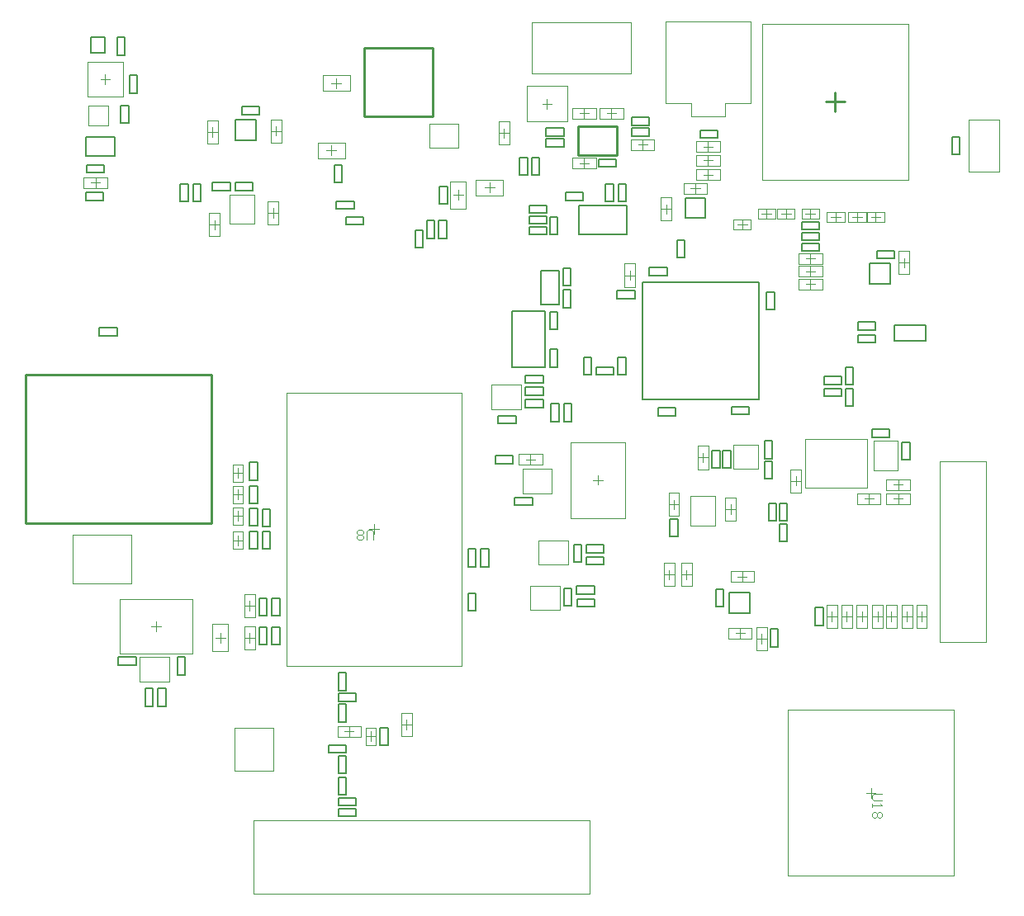
<source format=gbr>
%TF.GenerationSoftware,Altium Limited,Altium Designer,20.2.6 (244)*%
G04 Layer_Color=32768*
%FSLAX45Y45*%
%MOMM*%
%TF.SameCoordinates,65E78103-6D03-462D-AAE3-041F84C347C7*%
%TF.FilePolarity,Positive*%
%TF.FileFunction,Other,Mechanical_15*%
%TF.Part,Single*%
G01*
G75*
%TA.AperFunction,NonConductor*%
%ADD87C,0.25400*%
%ADD90C,0.20000*%
%ADD92C,0.10000*%
%ADD138C,0.05000*%
D87*
X3488000Y8029999D02*
Y8730000D01*
Y8029999D02*
X4188000D01*
Y8730000D01*
X3488000D02*
X4188000D01*
X14000Y5382000D02*
X1919000D01*
Y3858000D02*
Y5382000D01*
X14000Y3858000D02*
X1919000D01*
X14000D02*
Y5382000D01*
X8215000Y8180000D02*
X8415000D01*
X8315000Y8080000D02*
Y8280000D01*
X5680000Y7930000D02*
X6080000D01*
Y7630000D02*
Y7930000D01*
X5680000Y7630000D02*
X6080000D01*
X5680000D02*
Y7930000D01*
D90*
X630000Y7622500D02*
Y7822500D01*
X930000D01*
Y7622500D02*
Y7822500D01*
X630000Y7622500D02*
X930000D01*
X4550026Y3140000D02*
X4630026D01*
X4550026Y2960000D02*
Y3140000D01*
Y2960000D02*
X4630026D01*
Y3140000D01*
X7534999Y5124999D02*
Y6325000D01*
X6334999Y5124999D02*
X7534999D01*
X6334999D02*
Y6325000D01*
X7534999D01*
X770000Y5780000D02*
Y5860000D01*
Y5780000D02*
X950000D01*
Y5860000D01*
X770000D02*
X950000D01*
X964976Y2482475D02*
X1144976D01*
Y2402475D02*
Y2482475D01*
X964976Y2402475D02*
X1144976D01*
X964976D02*
Y2482475D01*
X1240001Y1980000D02*
X1320001D01*
Y2160000D01*
X1240001D02*
X1320001D01*
X1240001Y1980000D02*
Y2160000D01*
X1370001Y2160000D02*
X1450001D01*
X1370001Y1980000D02*
Y2160000D01*
Y1980000D02*
X1450001D01*
Y2160000D01*
X1570001Y2302474D02*
Y2482475D01*
X1650001D01*
Y2302474D02*
Y2482475D01*
X1570001Y2302474D02*
X1650001D01*
X2310001Y3590000D02*
X2390001D01*
Y3770000D01*
X2310001D02*
X2390001D01*
X2310001Y3590000D02*
Y3770000D01*
Y4010000D02*
X2390001D01*
X2310001Y3830000D02*
Y4010000D01*
Y3830000D02*
X2390001D01*
Y4010000D01*
X2310001Y4240000D02*
X2390001D01*
X2310001Y4060000D02*
Y4240000D01*
Y4060000D02*
X2390001D01*
Y4240000D01*
X2310001Y4480000D02*
X2390001D01*
X2310001Y4300000D02*
Y4480000D01*
Y4300000D02*
X2390001D01*
Y4480000D01*
X2440001Y3590000D02*
X2520001D01*
Y3770001D01*
X2440001D02*
X2520001D01*
X2440001Y3590000D02*
Y3770001D01*
X2410001Y2610000D02*
Y2790000D01*
X2490001D01*
Y2610000D02*
Y2790000D01*
X2410001Y2610000D02*
X2490001D01*
Y2910000D02*
Y3090000D01*
X2410001Y2910000D02*
X2490001D01*
X2410001D02*
Y3090000D01*
X2490001D01*
X2440000Y4000000D02*
X2520000D01*
X2440000Y3820000D02*
Y4000000D01*
Y3820000D02*
X2520000D01*
Y4000000D01*
X3220000Y960000D02*
X3400000D01*
X3220000D02*
Y1040000D01*
X3400000D01*
Y960000D02*
Y1040000D01*
X3300000Y1070000D02*
Y1250000D01*
X3220000Y1070000D02*
X3300000D01*
X3220000D02*
Y1250000D01*
X3300000D01*
X3220000Y1290000D02*
Y1470000D01*
X3300000D01*
Y1290000D02*
Y1470000D01*
X3220000Y1290000D02*
X3300000D01*
X3120000Y1580000D02*
X3300000D01*
Y1500000D02*
Y1580000D01*
X3120000Y1500000D02*
X3300000D01*
X3120000D02*
Y1580000D01*
X3300000Y1820000D02*
Y2000000D01*
X3220000Y1820000D02*
X3300000D01*
X3220000D02*
Y2000000D01*
X3300000D01*
X3220000Y2140000D02*
Y2320000D01*
X3300000D01*
Y2140000D02*
Y2320000D01*
X3220000Y2140000D02*
X3300000D01*
X3220000Y930000D02*
X3400000D01*
Y850000D02*
Y930000D01*
X3220000Y850000D02*
X3400000D01*
X3220000D02*
Y930000D01*
Y2030000D02*
X3400000D01*
X3220000D02*
Y2110000D01*
X3400000D01*
Y2030000D02*
Y2110000D01*
X2540001Y2610000D02*
Y2790000D01*
X2620001D01*
Y2610000D02*
Y2790000D01*
X2540001Y2610000D02*
X2620001D01*
Y2910000D02*
Y3090000D01*
X2540001Y2910000D02*
X2620001D01*
X2540001D02*
Y3090000D01*
X2620001D01*
X3650000Y1580000D02*
Y1760000D01*
X3730000D01*
Y1580000D02*
Y1760000D01*
X3650000Y1580000D02*
X3730000D01*
X5030000Y4120000D02*
X5210001D01*
Y4040000D02*
Y4120000D01*
X5030000Y4040000D02*
X5210001D01*
X5030000D02*
Y4120000D01*
X4830000Y4470000D02*
X5010000D01*
X4830000D02*
Y4550000D01*
X5010000D01*
Y4470000D02*
Y4550000D01*
X5040000Y4880000D02*
Y4960000D01*
X4860000D02*
X5040000D01*
X4860000Y4880000D02*
Y4960000D01*
Y4880000D02*
X5040000D01*
X5139999Y5045000D02*
Y5125000D01*
Y5045000D02*
X5320000D01*
Y5125000D01*
X5139999D02*
X5320000D01*
Y5295050D02*
Y5375050D01*
X5139999D02*
X5320000D01*
X5139999Y5295050D02*
Y5375050D01*
Y5295050D02*
X5320000D01*
X5399999Y4900000D02*
X5479999D01*
Y5080000D01*
X5399999D02*
X5479999D01*
X5399999Y4900000D02*
Y5080000D01*
X5389999Y5459999D02*
X5469999D01*
Y5640000D01*
X5389999D02*
X5469999D01*
X5389999Y5459999D02*
Y5640000D01*
Y6024974D02*
X5469999D01*
X5389999Y5844974D02*
Y6024974D01*
Y5844974D02*
X5469999D01*
Y6024974D01*
X5525025Y6250000D02*
X5605025D01*
X5525025Y6070000D02*
Y6250000D01*
Y6070000D02*
X5605025D01*
Y6250000D01*
X5525025Y6295025D02*
X5605025D01*
Y6475025D01*
X5525025D02*
X5605025D01*
X5525025Y6295025D02*
Y6475025D01*
X5529999Y4900000D02*
X5609999D01*
Y5080000D01*
X5529999D02*
X5609999D01*
X5529999Y4900000D02*
Y5080000D01*
X5734975Y5560000D02*
X5814974D01*
X5734975Y5380000D02*
Y5560000D01*
Y5380000D02*
X5814974D01*
Y5560000D01*
X5860000Y5380000D02*
Y5460000D01*
Y5380000D02*
X6040000D01*
Y5460000D01*
X5860000D02*
X6040000D01*
X6079999Y6159974D02*
Y6239974D01*
Y6159974D02*
X6259999D01*
Y6239974D01*
X6079999D02*
X6259999D01*
X6500000Y4960000D02*
Y5040000D01*
Y4960000D02*
X6680000D01*
Y5040000D01*
X6500000D02*
X6680000D01*
X6590000Y6400000D02*
Y6480000D01*
X6410000D02*
X6590000D01*
X6410000Y6400000D02*
Y6480000D01*
Y6400000D02*
X6590000D01*
X7249999Y4969974D02*
Y5049974D01*
Y4969974D02*
X7429999D01*
Y5049974D01*
X7249999D02*
X7429999D01*
X7609999Y6050000D02*
X7689999D01*
Y6230000D01*
X7609999D02*
X7689999D01*
X7609999Y6050000D02*
Y6230000D01*
X8549999Y5710000D02*
Y5790000D01*
Y5710000D02*
X8729999D01*
Y5790000D01*
X8549999D02*
X8729999D01*
X8549999Y5840000D02*
Y5920000D01*
Y5840000D02*
X8729999D01*
Y5920000D01*
X8549999D02*
X8729999D01*
X5000000Y5459999D02*
X5339999D01*
Y6030000D01*
X5000000D02*
X5339999D01*
X5000000Y5459999D02*
Y6030000D01*
X5139999Y5170025D02*
Y5250025D01*
Y5170025D02*
X5320000D01*
Y5250025D01*
X5139999D02*
X5320000D01*
X5299999Y6450000D02*
X5479999D01*
Y6100000D02*
Y6450000D01*
X5299999Y6100000D02*
X5479999D01*
X5299999D02*
Y6450000D01*
X6085025Y5560000D02*
X6165025D01*
X6085025Y5380000D02*
Y5560000D01*
Y5380000D02*
X6165025D01*
Y5560000D01*
X6690000Y6580000D02*
X6770000D01*
Y6760000D01*
X6690000D02*
X6770000D01*
X6690000Y6580000D02*
Y6760000D01*
X8922500Y5885000D02*
X9240000D01*
Y5727500D02*
Y5885000D01*
X8922500Y5727500D02*
X9240000D01*
X8922500D02*
Y5885000D01*
X6090000Y7160000D02*
X6170000D01*
Y7340000D01*
X6090000D02*
X6170000D01*
X6090000Y7160000D02*
Y7340000D01*
X5960000Y7160000D02*
X6040000D01*
Y7340000D01*
X5960000D02*
X6040000D01*
X5960000Y7160000D02*
Y7340000D01*
X1070000Y7960000D02*
Y8140000D01*
X990000Y7960000D02*
X1070000D01*
X990000D02*
Y8140000D01*
X1070000D01*
X950000Y8660000D02*
Y8840000D01*
X1030000D01*
Y8660000D02*
Y8840000D01*
X950000Y8660000D02*
X1030000D01*
X680001Y8679999D02*
Y8839999D01*
Y8679999D02*
X830001D01*
Y8839999D01*
X680001D02*
X830001D01*
X3200000Y7080000D02*
Y7160000D01*
Y7080000D02*
X3380000D01*
Y7160000D01*
X3200000D02*
X3380000D01*
X3180000Y7350000D02*
X3260000D01*
Y7530000D01*
X3180000D02*
X3260000D01*
X3180000Y7350000D02*
Y7530000D01*
X4128000Y6779999D02*
X4208000D01*
Y6960000D01*
X4128000D02*
X4208000D01*
X4128000Y6779999D02*
Y6960000D01*
X4248000Y6779999D02*
X4328000D01*
Y6960000D01*
X4248000D02*
X4328000D01*
X4248000Y6779999D02*
Y6960000D01*
X4258000Y7129999D02*
X4338000D01*
Y7310000D01*
X4258000D02*
X4338000D01*
X4258000Y7129999D02*
Y7310000D01*
X2165000Y7995001D02*
X2375000D01*
Y7785001D02*
Y7995001D01*
X2165000Y7785001D02*
X2375000D01*
X2165000D02*
Y7995001D01*
X1080000Y8270000D02*
Y8450000D01*
X1160000D01*
Y8270000D02*
Y8450000D01*
X1080000Y8270000D02*
X1160000D01*
X3480000Y6920000D02*
Y7000000D01*
X3300000D02*
X3480000D01*
X3300000Y6920000D02*
Y7000000D01*
Y6920000D02*
X3480000D01*
X2230000Y8050001D02*
X2410000D01*
X2230000D02*
Y8130001D01*
X2410000D01*
Y8050001D02*
Y8130001D01*
X4008000Y6859999D02*
X4088000D01*
X4008000Y6679999D02*
Y6859999D01*
Y6679999D02*
X4088000D01*
Y6859999D01*
X5360000Y6818000D02*
Y6898000D01*
X5180000D02*
X5360000D01*
X5180000Y6818000D02*
Y6898000D01*
Y6818000D02*
X5360000D01*
X5390000Y7000000D02*
X5470000D01*
X5390000Y6820000D02*
Y7000000D01*
Y6820000D02*
X5470000D01*
Y7000000D01*
X5360000Y6928000D02*
Y7008000D01*
X5180000D02*
X5360000D01*
X5180000Y6928000D02*
Y7008000D01*
Y6928000D02*
X5360000D01*
X5550000Y7170000D02*
Y7250000D01*
Y7170000D02*
X5730000D01*
Y7250000D01*
X5550000D02*
X5730000D01*
X6180000Y6818000D02*
Y7118000D01*
X5690000D02*
X6180000D01*
X5690000Y6818000D02*
Y7118000D01*
Y6818000D02*
X6180000D01*
X5360000Y7038000D02*
Y7118000D01*
X5180000D02*
X5360000D01*
X5180000Y7038000D02*
Y7118000D01*
Y7038000D02*
X5360000D01*
X1930000Y7270000D02*
X2110000D01*
X1930000D02*
Y7350000D01*
X2110000D01*
Y7270000D02*
Y7350000D01*
X640000Y7454775D02*
X820000D01*
X640000D02*
Y7534775D01*
X820000D01*
Y7454775D02*
Y7534775D01*
X1600000Y7340000D02*
X1680000D01*
X1600000Y7160000D02*
Y7340000D01*
Y7160000D02*
X1680000D01*
Y7340000D01*
X1730000D02*
X1810000D01*
X1730000Y7160000D02*
Y7340000D01*
Y7160000D02*
X1810000D01*
Y7340000D01*
X630000Y7170000D02*
X810000D01*
X630000D02*
Y7250000D01*
X810000D01*
Y7170000D02*
Y7250000D01*
X2160000Y7270000D02*
X2340000D01*
X2160000D02*
Y7350000D01*
X2340000D01*
Y7270000D02*
Y7350000D01*
X5200000Y7430000D02*
X5280000D01*
Y7610000D01*
X5200000D02*
X5280000D01*
X5200000Y7430000D02*
Y7610000D01*
X5080000Y7430000D02*
X5160000D01*
Y7610000D01*
X5080000D02*
X5160000D01*
X5080000Y7430000D02*
Y7610000D01*
X5350000Y7800000D02*
X5530000D01*
Y7720000D02*
Y7800000D01*
X5350000Y7720000D02*
X5530000D01*
X5350000D02*
Y7800000D01*
Y7910000D02*
X5530000D01*
Y7830000D02*
Y7910000D01*
X5350000Y7830000D02*
X5530000D01*
X5350000D02*
Y7910000D01*
X5890000Y7590000D02*
X6070000D01*
Y7510000D02*
Y7590000D01*
X5890000Y7510000D02*
X6070000D01*
X5890000D02*
Y7590000D01*
X6230000Y7830000D02*
X6410000D01*
X6230000D02*
Y7910000D01*
X6410000D01*
Y7830000D02*
Y7910000D01*
X6775000Y7195000D02*
X6985000D01*
Y6985000D02*
Y7195000D01*
X6775000Y6985000D02*
X6985000D01*
X6775000D02*
Y7195000D01*
X6930001Y7887975D02*
X7110001D01*
Y7807975D02*
Y7887975D01*
X6930001Y7807975D02*
X7110001D01*
X6930001D02*
Y7887975D01*
X8665000Y6525000D02*
X8875000D01*
Y6315000D02*
Y6525000D01*
X8665000Y6315000D02*
X8875000D01*
X8665000D02*
Y6525000D01*
X7970000Y6840001D02*
X8150000D01*
Y6760001D02*
Y6840001D01*
X7970000Y6760001D02*
X8150000D01*
X7970000D02*
Y6840001D01*
Y6730001D02*
X8150000D01*
Y6650001D02*
Y6730001D01*
X7970000Y6650001D02*
X8150000D01*
X7970000D02*
Y6730001D01*
Y6950001D02*
X8150000D01*
Y6870001D02*
Y6950001D01*
X7970000Y6870001D02*
X8150000D01*
X7970000D02*
Y6950001D01*
X8740000Y6650000D02*
X8920000D01*
Y6570000D02*
Y6650000D01*
X8740000Y6570000D02*
X8920000D01*
X8740000D02*
Y6650000D01*
X6230000Y8020000D02*
X6410000D01*
Y7940000D02*
Y8020000D01*
X6230000Y7940000D02*
X6410000D01*
X6230000D02*
Y8020000D01*
X4550001Y3410000D02*
X4630001D01*
Y3590000D01*
X4550001D02*
X4630001D01*
X4550001Y3410000D02*
Y3590000D01*
X4680001Y3410000D02*
X4760001D01*
Y3590000D01*
X4680001D02*
X4760001D01*
X4680001Y3410000D02*
Y3590000D01*
X6620001Y3720000D02*
Y3900000D01*
X6700001D01*
Y3720000D02*
Y3900000D01*
X6620001Y3720000D02*
X6700001D01*
X7090000Y2999999D02*
Y3179999D01*
X7170000D01*
Y2999999D02*
Y3179999D01*
X7090000Y2999999D02*
X7170000D01*
X7225000Y2934999D02*
Y3145000D01*
X7435000D01*
Y2934999D02*
Y3145000D01*
X7225000Y2934999D02*
X7435000D01*
X7240000Y4420000D02*
Y4600000D01*
X7160000Y4420000D02*
X7240000D01*
X7160000D02*
Y4600000D01*
X7240000D01*
X7590000Y4310000D02*
Y4490000D01*
X7670000D01*
Y4310000D02*
Y4490000D01*
X7590000Y4310000D02*
X7670000D01*
Y4520000D02*
Y4700000D01*
X7590000Y4520000D02*
X7670000D01*
X7590000D02*
Y4700000D01*
X7670000D01*
X7130000Y4420000D02*
Y4600000D01*
X7050000Y4420000D02*
X7130000D01*
X7050000D02*
Y4600000D01*
X7130000D01*
X9590000Y7640000D02*
Y7820000D01*
X9510000Y7640000D02*
X9590000D01*
X9510000D02*
Y7820000D01*
X9590000D01*
X5530001Y3010001D02*
Y3190001D01*
X5610001D01*
Y3010001D02*
Y3190001D01*
X5530001Y3010001D02*
X5610001D01*
X5664953Y3130001D02*
X5844954D01*
X5664953D02*
Y3210001D01*
X5844954D01*
Y3130001D02*
Y3210001D01*
X5670001Y3000001D02*
X5850001D01*
X5670001D02*
Y3080001D01*
X5850001D01*
Y3000001D02*
Y3080001D01*
X5634976Y3454975D02*
Y3634975D01*
X5714976D01*
Y3454975D02*
Y3634975D01*
X5634976Y3454975D02*
X5714976D01*
X5760001Y3554976D02*
X5940001D01*
X5760001D02*
Y3634975D01*
X5940001D01*
Y3554976D02*
Y3634975D01*
X5760001Y3429950D02*
X5940001D01*
X5760001D02*
Y3509950D01*
X5940001D01*
Y3429950D02*
Y3509950D01*
X7730000Y2590000D02*
Y2770000D01*
X7650000Y2590000D02*
X7730000D01*
X7650000D02*
Y2770000D01*
X7730000D01*
X8420000Y5060000D02*
X8500000D01*
Y5240000D01*
X8420000D02*
X8500000D01*
X8420000Y5060000D02*
Y5240000D01*
Y5460000D02*
X8500000D01*
X8420000Y5280000D02*
Y5460000D01*
Y5280000D02*
X8500000D01*
Y5460000D01*
X8200000Y5160000D02*
Y5240000D01*
Y5160000D02*
X8380000D01*
Y5240000D01*
X8200000D02*
X8380000D01*
X7630000Y3880000D02*
X7710000D01*
Y4060000D01*
X7630000D02*
X7710000D01*
X7630000Y3880000D02*
Y4060000D01*
X7740000Y3880000D02*
X7820000D01*
Y4060000D01*
X7740000D02*
X7820000D01*
X7740000Y3880000D02*
Y4060000D01*
X9000001Y4510000D02*
X9080001D01*
Y4690000D01*
X9000001D02*
X9080001D01*
X9000001Y4510000D02*
Y4690000D01*
X8870001Y4740000D02*
Y4820000D01*
X8690001D02*
X8870001D01*
X8690001Y4740000D02*
Y4820000D01*
Y4740000D02*
X8870001D01*
X7740000Y3670000D02*
X7820000D01*
Y3850000D01*
X7740000D02*
X7820000D01*
X7740000Y3670000D02*
Y3850000D01*
X8200000Y5280000D02*
Y5360000D01*
Y5280000D02*
X8380000D01*
Y5360000D01*
X8200000D02*
X8380000D01*
X8110001Y2810000D02*
X8190001D01*
Y2990000D01*
X8110001D02*
X8190001D01*
X8110001Y2810000D02*
Y2990000D01*
D92*
X2357500Y6929975D02*
Y7229975D01*
X2107500D02*
X2357500D01*
X2107500Y6929975D02*
Y7229975D01*
Y6929975D02*
X2357500D01*
X5800000Y55000D02*
Y805000D01*
X2350000D02*
X5800000D01*
X2350000Y55000D02*
Y805000D01*
Y55000D02*
X5800000D01*
X2157500Y1320000D02*
Y1760000D01*
X2557500D01*
Y1320000D02*
Y1760000D01*
X2157500Y1320000D02*
X2557500D01*
X5310000Y8160000D02*
X5410000D01*
X5360000Y8110000D02*
Y8210000D01*
X4910000Y7220000D02*
Y7379999D01*
X4630000Y7220000D02*
Y7379999D01*
Y7220000D02*
X4910000D01*
X4630000Y7379999D02*
X4910000D01*
X4720000Y7300000D02*
X4820000D01*
X4770000Y7249999D02*
Y7350000D01*
X3060000Y8290000D02*
Y8450000D01*
X3340000Y8290000D02*
Y8450000D01*
X3060000D02*
X3340000D01*
X3060000Y8290000D02*
X3340000D01*
X3150000Y8370000D02*
X3250000D01*
X3200000Y8320000D02*
Y8420000D01*
X5202000Y8995000D02*
X6218000D01*
X5202000Y8469000D02*
Y8995000D01*
Y8469000D02*
X6218000D01*
Y8995000D01*
X5830000Y4300000D02*
X5930000D01*
X5880000Y4250000D02*
Y4350000D01*
X9530000Y240000D02*
Y1940000D01*
X7830000Y240000D02*
X9530000D01*
X7830000D02*
Y1940000D01*
X9530000D01*
X8630000Y1090000D02*
X8730000D01*
X8680000Y1040000D02*
Y1090000D01*
Y1140000D01*
X500000Y3740000D02*
X1100000D01*
Y3240000D02*
Y3740000D01*
X500000Y3240000D02*
X1100000D01*
X500000D02*
Y3740000D01*
X1300001Y2800000D02*
X1400001D01*
X1350001Y2750000D02*
Y2850000D01*
X1185001Y2232475D02*
Y2482475D01*
Y2232475D02*
X1485001D01*
Y2482475D01*
X1185001D02*
X1485001D01*
X2255001Y2560000D02*
X2365001D01*
X2255001Y2800000D02*
X2365001D01*
X2255001Y2560000D02*
Y2800000D01*
X2365001Y2560000D02*
Y2800000D01*
X2310000Y2632500D02*
Y2727500D01*
X2262500Y2680000D02*
X2357500D01*
X3585000Y3795000D02*
X3635000D01*
X3535000D02*
X3585000D01*
Y3745000D02*
Y3845000D01*
X3550000Y1620000D02*
Y1720000D01*
X3500000Y1670000D02*
X3600000D01*
X2255001Y3130000D02*
X2365001D01*
X2255001Y2890000D02*
X2365001D01*
Y3130000D01*
X2255001Y2890000D02*
Y3130000D01*
X2310001Y2962500D02*
Y3057500D01*
X2262501Y3010000D02*
X2357501D01*
X3210000Y1665000D02*
Y1775000D01*
X3450000Y1665000D02*
Y1775000D01*
X3210000D02*
X3450000D01*
X3210000Y1665000D02*
X3450000D01*
X3282500Y1720000D02*
X3377500D01*
X3330000Y1672500D02*
Y1767500D01*
X3865000Y1670000D02*
X3975000D01*
X3865000Y1910000D02*
X3975000D01*
X3865000Y1670000D02*
Y1910000D01*
X3975000Y1670000D02*
Y1910000D01*
X3920000Y1742500D02*
Y1837500D01*
X3872500Y1790000D02*
X3967500D01*
X1930000Y2540000D02*
X2090000D01*
X1930000Y2820000D02*
X2090000D01*
X1930000Y2540000D02*
Y2820000D01*
X2090000Y2540000D02*
Y2820000D01*
X2010000Y2630000D02*
Y2730000D01*
X1960000Y2680000D02*
X2060000D01*
X2140001Y3680001D02*
X2240001D01*
X2190001Y3630000D02*
Y3730000D01*
X2140001Y3930001D02*
X2240001D01*
X2190001Y3880001D02*
Y3980001D01*
X2140001Y4150000D02*
X2240001D01*
X2190001Y4100000D02*
Y4200000D01*
X2140001Y4370000D02*
X2240001D01*
X2190001Y4320001D02*
Y4420001D01*
X6735000Y3450000D02*
X6845001D01*
X6735000Y3210000D02*
X6845001D01*
Y3450000D01*
X6735000Y3210000D02*
Y3450000D01*
X6790001Y3282500D02*
Y3377500D01*
X6742501Y3330000D02*
X6837501D01*
X6555001Y3450000D02*
X6665001D01*
X6555001Y3210000D02*
X6665001D01*
Y3450000D01*
X6555001Y3210000D02*
Y3450000D01*
X6610001Y3282500D02*
Y3377500D01*
X6562501Y3330000D02*
X6657501D01*
X5310000Y4455000D02*
Y4565000D01*
X5070000Y4455000D02*
Y4565000D01*
Y4455000D02*
X5310000D01*
X5070000Y4565000D02*
X5310000D01*
X5142500Y4510000D02*
X5237500D01*
X5190000Y4462500D02*
Y4557500D01*
X5110000Y4415000D02*
X5410000D01*
Y4165000D02*
Y4415000D01*
X5110000Y4165000D02*
X5410000D01*
X5110000D02*
Y4415000D01*
X4789999Y5275000D02*
X5089999D01*
Y5025000D02*
Y5275000D01*
X4789999Y5025000D02*
X5089999D01*
X4789999D02*
Y5275000D01*
X6162474Y6399999D02*
X6257474D01*
X6209974Y6352500D02*
Y6447499D01*
X6154974Y6280000D02*
Y6519999D01*
X6264974Y6280000D02*
Y6519999D01*
X6154974Y6280000D02*
X6264974D01*
X6154974Y6519999D02*
X6264974D01*
X780000Y8410000D02*
X880000D01*
X830000Y8360000D02*
Y8460000D01*
X860001Y7940000D02*
Y8140000D01*
X660001D02*
X860001D01*
X660001Y7940000D02*
Y8140000D01*
Y7940000D02*
X860001D01*
X3008000Y7600000D02*
Y7760000D01*
X3288001Y7600000D02*
Y7760000D01*
X3008000D02*
X3288001D01*
X3008000Y7600000D02*
X3288001D01*
X3098000Y7680000D02*
X3198000D01*
X3148001Y7630000D02*
Y7730000D01*
X4153000Y7955000D02*
X4453000D01*
Y7705000D02*
Y7955000D01*
X4153000Y7705000D02*
X4453000D01*
X4153000D02*
Y7955000D01*
X2525000Y7760000D02*
X2635000D01*
X2525000Y8000000D02*
X2635000D01*
X2525000Y7760000D02*
Y8000000D01*
X2635000Y7760000D02*
Y8000000D01*
X2580000Y7832500D02*
Y7927500D01*
X2532500Y7880000D02*
X2627500D01*
X1875000Y7750000D02*
X1985000D01*
X1875000Y7990000D02*
X1985000D01*
X1875000Y7750000D02*
Y7990000D01*
X1985000Y7750000D02*
Y7990000D01*
X1930000Y7822500D02*
Y7917500D01*
X1882500Y7870000D02*
X1977500D01*
X4368000Y7084999D02*
X4528000D01*
X4368000Y7364999D02*
X4528000D01*
X4368000Y7084999D02*
Y7364999D01*
X4528000Y7084999D02*
Y7364999D01*
X4448000Y7174999D02*
Y7274999D01*
X4398000Y7225000D02*
X4498000D01*
X850000Y7295000D02*
Y7405000D01*
X610000Y7295000D02*
Y7405000D01*
Y7295000D02*
X850000D01*
X610000Y7405000D02*
X850000D01*
X682500Y7350000D02*
X777500D01*
X730000Y7302500D02*
Y7397500D01*
X1895000Y6800000D02*
X2005000D01*
X1895000Y7040000D02*
X2005000D01*
X1895000Y6800000D02*
Y7040000D01*
X2005000Y6800000D02*
Y7040000D01*
X1950000Y6872500D02*
Y6967500D01*
X1902500Y6920000D02*
X1997500D01*
X2495000Y7160000D02*
X2605000D01*
X2495000Y6920000D02*
X2605000D01*
Y7160000D01*
X2495000Y6920000D02*
Y7160000D01*
X2550000Y6992500D02*
Y7087500D01*
X2502500Y7040000D02*
X2597500D01*
X4872500Y7860000D02*
X4967500D01*
X4920000Y7812500D02*
Y7907500D01*
X4975000Y7740000D02*
Y7980000D01*
X4865000Y7740000D02*
Y7980000D01*
X4975000D01*
X4865000Y7740000D02*
X4975000D01*
X5620000Y7495000D02*
Y7605000D01*
X5860000Y7495000D02*
Y7605000D01*
X5620000D02*
X5860000D01*
X5620000Y7495000D02*
X5860000D01*
X5692500Y7550000D02*
X5787500D01*
X5740000Y7502500D02*
Y7597500D01*
X5860000Y8005000D02*
Y8115000D01*
X5620000Y8005000D02*
Y8115000D01*
Y8005000D02*
X5860000D01*
X5620000Y8115000D02*
X5860000D01*
X5692500Y8060000D02*
X5787500D01*
X5740000Y8012500D02*
Y8107500D01*
X5900000Y8005000D02*
Y8115000D01*
X6140000Y8005000D02*
Y8115000D01*
X5900000D02*
X6140000D01*
X5900000Y8005000D02*
X6140000D01*
X5972500Y8060000D02*
X6067500D01*
X6020000Y8012500D02*
Y8107500D01*
X6220000Y7685000D02*
Y7795000D01*
X6460000Y7685000D02*
Y7795000D01*
X6220000D02*
X6460000D01*
X6220000Y7685000D02*
X6460000D01*
X6292500Y7740000D02*
X6387500D01*
X6340000Y7692500D02*
Y7787500D01*
X6760000Y7235000D02*
Y7345000D01*
X7000000Y7235000D02*
Y7345000D01*
X6760000D02*
X7000000D01*
X6760000Y7235000D02*
X7000000D01*
X6832500Y7290000D02*
X6927500D01*
X6880000Y7242500D02*
Y7337500D01*
X6890000Y7375000D02*
Y7485000D01*
X7130000Y7375000D02*
Y7485000D01*
X6890000D02*
X7130000D01*
X6890000Y7375000D02*
X7130000D01*
X6962500Y7430000D02*
X7057500D01*
X7010000Y7382500D02*
Y7477500D01*
X6890000Y7525000D02*
Y7635000D01*
X7130000Y7525000D02*
Y7635000D01*
X6890000D02*
X7130000D01*
X6890000Y7525000D02*
X7130000D01*
X6962500Y7580000D02*
X7057500D01*
X7010000Y7532500D02*
Y7627500D01*
X7310000Y6920000D02*
X7410000D01*
X7360000Y6870000D02*
Y6970000D01*
X7940000Y6255000D02*
Y6365000D01*
X8180000Y6255000D02*
Y6365000D01*
X7940000D02*
X8180000D01*
X7940000Y6255000D02*
X8180000D01*
X8012500Y6310000D02*
X8107500D01*
X8060000Y6262500D02*
Y6357500D01*
X7940000Y6515000D02*
Y6625000D01*
X8180000Y6515000D02*
Y6625000D01*
X7940000D02*
X8180000D01*
X7940000Y6515000D02*
X8180000D01*
X8012500Y6570001D02*
X8107500D01*
X8060000Y6522501D02*
Y6617501D01*
X8010000Y7030001D02*
X8110000D01*
X8060000Y6980001D02*
Y7080001D01*
X8270000Y7000000D02*
X8370000D01*
X8320000Y6950000D02*
Y7050000D01*
X8490000Y7000000D02*
X8590000D01*
X8540000Y6950001D02*
Y7050000D01*
X8680000Y7000000D02*
X8780000D01*
X8730000Y6950001D02*
Y7050000D01*
X7560000Y7030000D02*
X7660000D01*
X7610000Y6980000D02*
Y7080000D01*
X7760000Y7030000D02*
X7860000D01*
X7810000Y6980000D02*
Y7080000D01*
X6890000Y7665000D02*
Y7775000D01*
X7130000Y7665000D02*
Y7775000D01*
X6890000D02*
X7130000D01*
X6890000Y7665000D02*
X7130000D01*
X6962500Y7720000D02*
X7057500D01*
X7010000Y7672500D02*
Y7767500D01*
X7940000Y6385000D02*
Y6495000D01*
X8180000Y6385000D02*
Y6495000D01*
X7940000D02*
X8180000D01*
X7940000Y6385000D02*
X8180000D01*
X8012500Y6440001D02*
X8107500D01*
X8060000Y6392501D02*
Y6487501D01*
X6525000Y6960000D02*
X6635000D01*
X6525000Y7200000D02*
X6635000D01*
X6525000Y6960000D02*
Y7200000D01*
X6635000Y6960000D02*
Y7200000D01*
X6580000Y7032500D02*
Y7127500D01*
X6532500Y7080000D02*
X6627500D01*
X6605001Y3930000D02*
X6715001D01*
X6605001Y4170000D02*
X6715001D01*
X6605001Y3930000D02*
Y4170000D01*
X6715001Y3930000D02*
Y4170000D01*
X6660000Y4002500D02*
Y4097500D01*
X6612500Y4050000D02*
X6707500D01*
X6832501Y4135000D02*
X7082501D01*
Y3835000D02*
Y4135000D01*
X6832501Y3835000D02*
X7082501D01*
X6832501D02*
Y4135000D01*
X7185001Y3880000D02*
X7295001D01*
X7185001Y4120000D02*
X7295001D01*
X7185001Y3880000D02*
Y4120000D01*
X7295001Y3880000D02*
Y4120000D01*
X7240001Y3952500D02*
Y4047500D01*
X7192500Y4000000D02*
X7287501D01*
X7460000Y2674999D02*
Y2785000D01*
X7220000Y2674999D02*
Y2785000D01*
Y2674999D02*
X7460000D01*
X7220000Y2785000D02*
X7460000D01*
X7292500Y2729999D02*
X7387500D01*
X7340000Y2682499D02*
Y2777499D01*
X7480000Y3254999D02*
Y3364999D01*
X7240000Y3254999D02*
Y3364999D01*
Y3254999D02*
X7480000D01*
X7240000Y3364999D02*
X7480000D01*
X7312500Y3309999D02*
X7407500D01*
X7360000Y3262499D02*
Y3357499D01*
X6905000Y4650000D02*
X7015000D01*
X6905000Y4410000D02*
X7015000D01*
Y4650000D01*
X6905000Y4410000D02*
Y4650000D01*
X6960000Y4482500D02*
Y4577500D01*
X6912500Y4530000D02*
X7007500D01*
X5189976Y2965026D02*
Y3215026D01*
Y2965026D02*
X5489976D01*
Y3215026D01*
X5189976D02*
X5489976D01*
X5275001Y3430001D02*
Y3680001D01*
Y3430001D02*
X5575001D01*
Y3680001D01*
X5275001D02*
X5575001D01*
X7505000Y2790000D02*
X7615000D01*
X7505000Y2550000D02*
X7615000D01*
Y2790000D01*
X7505000Y2550000D02*
Y2790000D01*
X7560000Y2622500D02*
Y2717500D01*
X7512500Y2670000D02*
X7607500D01*
X8972500Y6530000D02*
X9067500D01*
X9020000Y6482500D02*
Y6577500D01*
X8965000Y6410000D02*
Y6650000D01*
X9075000Y6410000D02*
Y6650000D01*
X8965000Y6410000D02*
X9075000D01*
X8965000Y6650000D02*
X9075000D01*
X8660000Y4062500D02*
Y4157500D01*
X8612501Y4110000D02*
X8707500D01*
X8540001Y4165000D02*
X8780000D01*
X8540001Y4055000D02*
X8780000D01*
X8540001D02*
Y4165000D01*
X8780000Y4055000D02*
Y4165000D01*
X8960001Y4202501D02*
Y4297501D01*
X8912501Y4250001D02*
X9007501D01*
X8840001Y4195000D02*
X9080001D01*
X8840001Y4305001D02*
X9080001D01*
Y4195000D02*
Y4305001D01*
X8840001Y4195000D02*
Y4305001D01*
X8010001Y4220000D02*
Y4720000D01*
Y4220000D02*
X8640001D01*
Y4720000D01*
X8010001D02*
X8640001D01*
X9800001Y2640000D02*
X9860001D01*
Y4490000D01*
X9390001D02*
X9860001D01*
X9390001Y2640000D02*
Y4490000D01*
Y2640000D02*
X9800001D01*
X8955001Y4400000D02*
Y4700000D01*
X8705001Y4400000D02*
X8955001D01*
X8705001D02*
Y4700000D01*
X8955001D01*
X8702501Y2900001D02*
X8797501D01*
X8750001Y2852501D02*
Y2947500D01*
X8805001Y2780001D02*
Y3020000D01*
X8695001Y2780001D02*
Y3020000D01*
X8805001D01*
X8695001Y2780001D02*
X8805001D01*
X8382501Y2900001D02*
X8477501D01*
X8430001Y2852501D02*
Y2947500D01*
X8485001Y2780001D02*
Y3020000D01*
X8375001Y2780001D02*
Y3020000D01*
X8485001D01*
X8375001Y2780001D02*
X8485001D01*
X8232501Y2900001D02*
X8327501D01*
X8280001Y2852501D02*
Y2947500D01*
X8335001Y2780001D02*
Y3020000D01*
X8225001Y2780001D02*
Y3020000D01*
X8335001D01*
X8225001Y2780001D02*
X8335001D01*
X8542501Y2900001D02*
X8637501D01*
X8590001Y2852501D02*
Y2947500D01*
X8645001Y2780001D02*
Y3020000D01*
X8535001Y2780001D02*
Y3020000D01*
X8645001D01*
X8535001Y2780001D02*
X8645001D01*
X8842500Y2900001D02*
X8937501D01*
X8890001Y2852501D02*
Y2947500D01*
X8945001Y2780001D02*
Y3020000D01*
X8835001Y2780001D02*
Y3020000D01*
X8945001D01*
X8835001Y2780001D02*
X8945001D01*
X9152501Y2900001D02*
X9247501D01*
X9200001Y2852501D02*
Y2947500D01*
X9255001Y2780001D02*
Y3020000D01*
X9145001Y2780001D02*
Y3020000D01*
X9255001D01*
X9145001Y2780001D02*
X9255001D01*
X9002501Y2900001D02*
X9097501D01*
X9050001Y2852501D02*
Y2947500D01*
X9105001Y2780001D02*
Y3020000D01*
X8995001Y2780001D02*
Y3020000D01*
X9105001D01*
X8995001Y2780001D02*
X9105001D01*
X7862500Y4290000D02*
X7957500D01*
X7910000Y4242500D02*
Y4337500D01*
X7965000Y4170000D02*
Y4410000D01*
X7855000Y4170000D02*
Y4410000D01*
X7965000D01*
X7855000Y4170000D02*
X7965000D01*
X8960001Y4062500D02*
Y4157500D01*
X8912501Y4110000D02*
X9007501D01*
X8840001Y4055000D02*
X9080001D01*
X8840001Y4165000D02*
X9080001D01*
Y4055000D02*
Y4165000D01*
X8840001Y4055000D02*
Y4165000D01*
X8789968Y1079999D02*
X8706661D01*
X8690000Y1063338D01*
Y1030015D01*
X8706661Y1013354D01*
X8789968D01*
X8690000Y980032D02*
Y946709D01*
Y963370D01*
X8789968D01*
X8773306Y980032D01*
Y896725D02*
X8789968Y880064D01*
Y846741D01*
X8773306Y830080D01*
X8756645D01*
X8739984Y846741D01*
X8723322Y830080D01*
X8706661D01*
X8690000Y846741D01*
Y880064D01*
X8706661Y896725D01*
X8723322D01*
X8739984Y880064D01*
X8756645Y896725D01*
X8773306D01*
X8739984Y880064D02*
Y846741D01*
X3575000Y3685031D02*
Y3768338D01*
X3558339Y3784999D01*
X3525016D01*
X3508355Y3768338D01*
Y3685031D01*
X3475032Y3701693D02*
X3458371Y3685031D01*
X3425048D01*
X3408387Y3701693D01*
Y3718354D01*
X3425048Y3735015D01*
X3408387Y3751677D01*
Y3768338D01*
X3425048Y3784999D01*
X3458371D01*
X3475032Y3768338D01*
Y3751677D01*
X3458371Y3735015D01*
X3475032Y3718354D01*
Y3701693D01*
X3458371Y3735015D02*
X3425048D01*
D138*
X5150000Y7980000D02*
Y8340000D01*
X5570000Y7980000D02*
Y8340000D01*
X5150000D02*
X5570000D01*
X5150000Y7980000D02*
X5570000D01*
X5600000Y3910000D02*
Y4690000D01*
X6160000Y3910000D02*
Y4690000D01*
X5600000Y3910000D02*
X6160000D01*
X5600000Y4690000D02*
X6160000D01*
X9680000Y7460000D02*
Y8000000D01*
X10000000D01*
Y7460000D02*
Y8000000D01*
X9680000Y7460000D02*
X10000000D01*
X980001Y2520000D02*
Y3080000D01*
X1720001Y2520000D02*
Y3080000D01*
X980001D02*
X1720001D01*
X980001Y2520000D02*
X1720001D01*
X2685000Y2395000D02*
X4485000D01*
X2685000D02*
Y5195000D01*
X4485000D01*
Y2395000D02*
Y5195000D01*
X3500000Y1760000D02*
X3600000D01*
X3500000Y1580000D02*
X3600000D01*
Y1760000D01*
X3500000Y1580000D02*
Y1760000D01*
X2140001Y3590000D02*
Y3770000D01*
X2240001Y3590000D02*
Y3770000D01*
X2140001Y3590000D02*
X2240001D01*
X2140001Y3770000D02*
X2240001D01*
Y3840001D02*
Y4020001D01*
X2140001Y3840001D02*
Y4020001D01*
X2240001D01*
X2140001Y3840001D02*
X2240001D01*
Y4060001D02*
Y4240000D01*
X2140001Y4060001D02*
Y4240000D01*
X2240001D01*
X2140001Y4060001D02*
X2240001D01*
Y4280001D02*
Y4460000D01*
X2140001Y4280001D02*
Y4460000D01*
X2240001D01*
X2140001Y4280001D02*
X2240001D01*
X7565000Y7380000D02*
X9065000D01*
Y8980000D01*
X7565000D02*
X9065000D01*
X7565000Y7380000D02*
Y8980000D01*
X6575000Y9000000D02*
X7445000D01*
Y8170000D02*
Y9000000D01*
X7185000Y8170000D02*
X7445000D01*
X7185000Y8030000D02*
Y8170000D01*
X6835000Y8030000D02*
X7185000D01*
X6835000D02*
Y8170000D01*
X6575000D02*
X6835000D01*
X6575000D02*
Y9000000D01*
X649500Y8230000D02*
Y8590000D01*
X1010500Y8230000D02*
Y8590000D01*
X649500D02*
X1010500D01*
X649500Y8230000D02*
X1010500D01*
X7270000Y6870000D02*
Y6970000D01*
X7450000Y6870000D02*
Y6970000D01*
X7270000D02*
X7450000D01*
X7270000Y6870000D02*
X7450000D01*
X8150000Y6980001D02*
Y7080001D01*
X7970000Y6980001D02*
Y7080001D01*
Y6980001D02*
X8150000D01*
X7970000Y7080001D02*
X8150000D01*
X8230000Y6950000D02*
Y7050000D01*
X8410000Y6950000D02*
Y7050000D01*
X8230000D02*
X8410000D01*
X8230000Y6950000D02*
X8410000D01*
X8630000Y6950001D02*
Y7050000D01*
X8450000Y6950001D02*
Y7050000D01*
Y6950001D02*
X8630000D01*
X8450000Y7050000D02*
X8630000D01*
X8820000Y6950001D02*
Y7050000D01*
X8640000Y6950001D02*
Y7050000D01*
Y6950001D02*
X8820000D01*
X8640000Y7050000D02*
X8820000D01*
X7700000Y6980000D02*
Y7080000D01*
X7520000Y6980000D02*
Y7080000D01*
Y6980000D02*
X7700000D01*
X7520000Y7080000D02*
X7700000D01*
X7900000Y6980000D02*
Y7080000D01*
X7720000Y6980000D02*
Y7080000D01*
Y6980000D02*
X7900000D01*
X7720000Y7080000D02*
X7900000D01*
X7270000Y4411251D02*
X7520000D01*
X7270000D02*
Y4661251D01*
X7520000D01*
Y4411251D02*
Y4661251D01*
%TF.MD5,1c005eadb25b74cd02dcad2de470d83c*%
M02*

</source>
